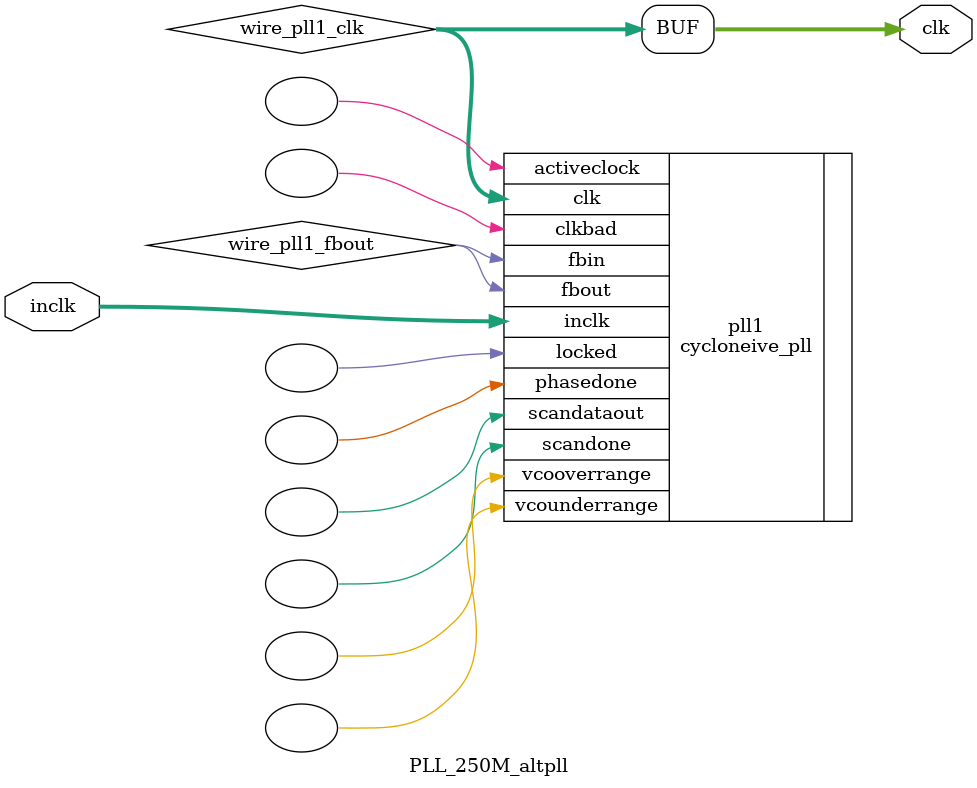
<source format=v>






//synthesis_resources = cycloneive_pll 1 
//synopsys translate_off
`timescale 1 ps / 1 ps
//synopsys translate_on
module  PLL_250M_altpll
	( 
	clk,
	inclk) /* synthesis synthesis_clearbox=1 */;
	output   [4:0]  clk;
	input   [1:0]  inclk;
`ifndef ALTERA_RESERVED_QIS
// synopsys translate_off
`endif
	tri0   [1:0]  inclk;
`ifndef ALTERA_RESERVED_QIS
// synopsys translate_on
`endif

	wire  [4:0]   wire_pll1_clk;
	wire  wire_pll1_fbout;

	cycloneive_pll   pll1
	( 
	.activeclock(),
	.clk(wire_pll1_clk),
	.clkbad(),
	.fbin(wire_pll1_fbout),
	.fbout(wire_pll1_fbout),
	.inclk(inclk),
	.locked(),
	.phasedone(),
	.scandataout(),
	.scandone(),
	.vcooverrange(),
	.vcounderrange()
	`ifndef FORMAL_VERIFICATION
	// synopsys translate_off
	`endif
	,
	.areset(1'b0),
	.clkswitch(1'b0),
	.configupdate(1'b0),
	.pfdena(1'b1),
	.phasecounterselect({3{1'b0}}),
	.phasestep(1'b0),
	.phaseupdown(1'b0),
	.scanclk(1'b0),
	.scanclkena(1'b1),
	.scandata(1'b0)
	`ifndef FORMAL_VERIFICATION
	// synopsys translate_on
	`endif
	);
	defparam
		pll1.bandwidth_type = "auto",
		pll1.clk0_divide_by = 1,
		pll1.clk0_duty_cycle = 50,
		pll1.clk0_multiply_by = 5,
		pll1.clk0_phase_shift = "0",
		pll1.compensate_clock = "clk0",
		pll1.inclk0_input_frequency = 20000,
		pll1.operation_mode = "normal",
		pll1.pll_type = "auto",
		pll1.lpm_type = "cycloneive_pll";
	assign
		clk = {wire_pll1_clk[4:0]};
endmodule //PLL_250M_altpll
//VALID FILE

</source>
